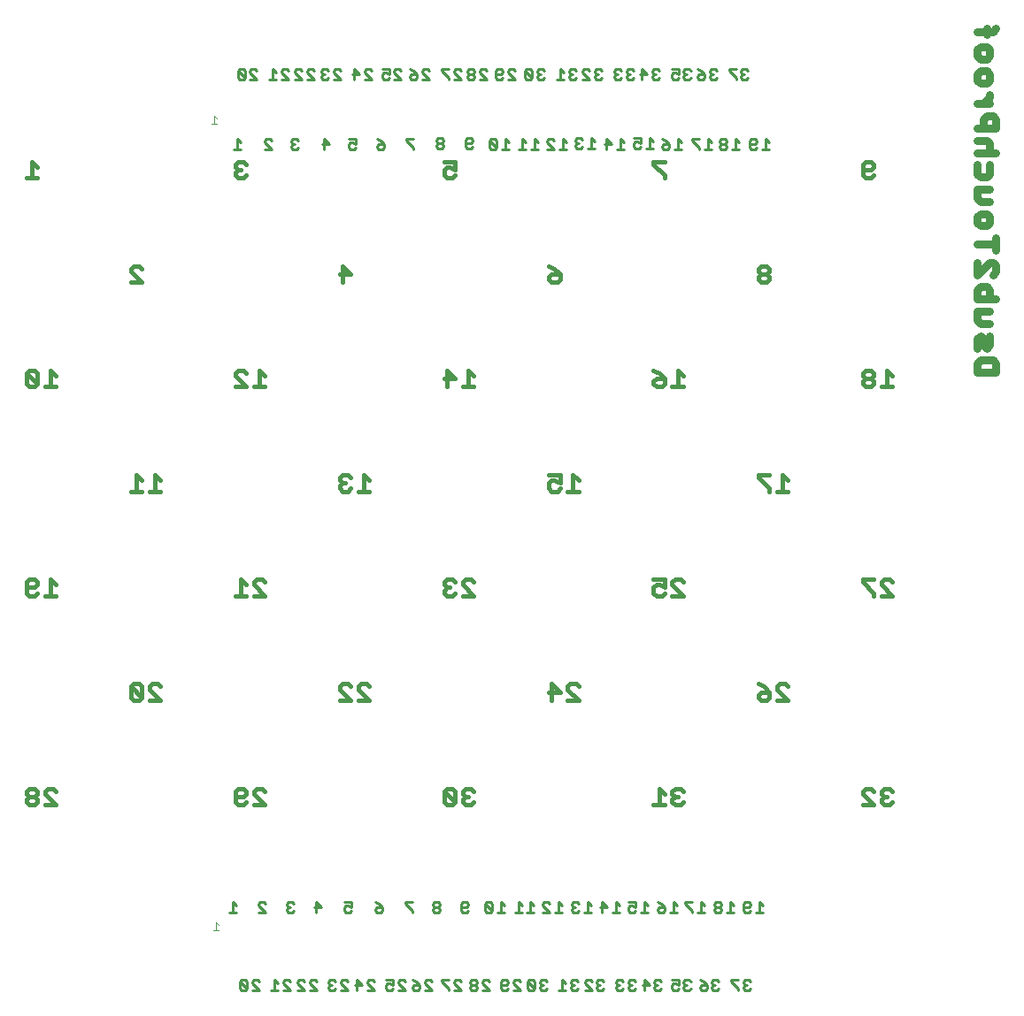
<source format=gbr>
G04 EAGLE Gerber RS-274X export*
G75*
%MOMM*%
%FSLAX34Y34*%
%LPD*%
%INSilkscreen Bottom*%
%IPPOS*%
%AMOC8*
5,1,8,0,0,1.08239X$1,22.5*%
G01*
%ADD10C,0.254000*%
%ADD11C,0.381000*%
%ADD12C,0.787400*%
%ADD13C,0.076200*%


D10*
X-243576Y-463651D02*
X-246966Y-460261D01*
X-246966Y-470430D01*
X-250355Y-470430D02*
X-243576Y-470430D01*
X-222355Y-470430D02*
X-215576Y-470430D01*
X-222355Y-463651D01*
X-222355Y-461956D01*
X-220660Y-460261D01*
X-217271Y-460261D01*
X-215576Y-461956D01*
X-190271Y-460261D02*
X-188576Y-461956D01*
X-190271Y-460261D02*
X-193660Y-460261D01*
X-195355Y-461956D01*
X-195355Y-463651D01*
X-193660Y-465346D01*
X-191966Y-465346D01*
X-193660Y-465346D02*
X-195355Y-467040D01*
X-195355Y-468735D01*
X-193660Y-470430D01*
X-190271Y-470430D01*
X-188576Y-468735D01*
X-167660Y-470430D02*
X-167660Y-460261D01*
X-162576Y-465346D01*
X-169355Y-465346D01*
X-140355Y-460261D02*
X-133576Y-460261D01*
X-133576Y-465346D01*
X-136966Y-463651D01*
X-138660Y-463651D01*
X-140355Y-465346D01*
X-140355Y-468735D01*
X-138660Y-470430D01*
X-135271Y-470430D01*
X-133576Y-468735D01*
X-110355Y-460261D02*
X-106966Y-461956D01*
X-103576Y-465346D01*
X-103576Y-468735D01*
X-105271Y-470430D01*
X-108660Y-470430D01*
X-110355Y-468735D01*
X-110355Y-467040D01*
X-108660Y-465346D01*
X-103576Y-465346D01*
X-82355Y-460261D02*
X-75576Y-460261D01*
X-82355Y-460261D02*
X-82355Y-461956D01*
X-75576Y-468735D01*
X-75576Y-470430D01*
X-50271Y-460261D02*
X-48576Y-461956D01*
X-50271Y-460261D02*
X-53660Y-460261D01*
X-55355Y-461956D01*
X-55355Y-463651D01*
X-53660Y-465346D01*
X-55355Y-467040D01*
X-55355Y-468735D01*
X-53660Y-470430D01*
X-50271Y-470430D01*
X-48576Y-468735D01*
X-48576Y-467040D01*
X-50271Y-465346D01*
X-48576Y-463651D01*
X-48576Y-461956D01*
X-50271Y-465346D02*
X-53660Y-465346D01*
X-23271Y-470430D02*
X-21576Y-468735D01*
X-23271Y-470430D02*
X-26660Y-470430D01*
X-28355Y-468735D01*
X-28355Y-461956D01*
X-26660Y-460261D01*
X-23271Y-460261D01*
X-21576Y-461956D01*
X-21576Y-463651D01*
X-23271Y-465346D01*
X-28355Y-465346D01*
X9728Y-460261D02*
X13118Y-463651D01*
X9728Y-460261D02*
X9728Y-470430D01*
X6339Y-470430D02*
X13118Y-470430D01*
X1424Y-468735D02*
X1424Y-461956D01*
X-271Y-460261D01*
X-3660Y-460261D01*
X-5355Y-461956D01*
X-5355Y-468735D01*
X-3660Y-470430D01*
X-271Y-470430D01*
X1424Y-468735D01*
X-5355Y-461956D01*
X37728Y-460261D02*
X41118Y-463651D01*
X37728Y-460261D02*
X37728Y-470430D01*
X34339Y-470430D02*
X41118Y-470430D01*
X29424Y-463651D02*
X26034Y-460261D01*
X26034Y-470430D01*
X22645Y-470430D02*
X29424Y-470430D01*
X64728Y-460261D02*
X68118Y-463651D01*
X64728Y-460261D02*
X64728Y-470430D01*
X61339Y-470430D02*
X68118Y-470430D01*
X56424Y-470430D02*
X49645Y-470430D01*
X56424Y-470430D02*
X49645Y-463651D01*
X49645Y-461956D01*
X51340Y-460261D01*
X54729Y-460261D01*
X56424Y-461956D01*
X92728Y-460261D02*
X96118Y-463651D01*
X92728Y-460261D02*
X92728Y-470430D01*
X89339Y-470430D02*
X96118Y-470430D01*
X84424Y-461956D02*
X82729Y-460261D01*
X79340Y-460261D01*
X77645Y-461956D01*
X77645Y-463651D01*
X79340Y-465346D01*
X81034Y-465346D01*
X79340Y-465346D02*
X77645Y-467040D01*
X77645Y-468735D01*
X79340Y-470430D01*
X82729Y-470430D01*
X84424Y-468735D01*
X119728Y-460261D02*
X123118Y-463651D01*
X119728Y-460261D02*
X119728Y-470430D01*
X116339Y-470430D02*
X123118Y-470430D01*
X106340Y-470430D02*
X106340Y-460261D01*
X111424Y-465346D01*
X104645Y-465346D01*
X146728Y-460261D02*
X150118Y-463651D01*
X146728Y-460261D02*
X146728Y-470430D01*
X143339Y-470430D02*
X150118Y-470430D01*
X138424Y-460261D02*
X131645Y-460261D01*
X138424Y-460261D02*
X138424Y-465346D01*
X135034Y-463651D01*
X133340Y-463651D01*
X131645Y-465346D01*
X131645Y-468735D01*
X133340Y-470430D01*
X136729Y-470430D01*
X138424Y-468735D01*
X174728Y-460261D02*
X178118Y-463651D01*
X174728Y-460261D02*
X174728Y-470430D01*
X171339Y-470430D02*
X178118Y-470430D01*
X163034Y-461956D02*
X159645Y-460261D01*
X163034Y-461956D02*
X166424Y-465346D01*
X166424Y-468735D01*
X164729Y-470430D01*
X161340Y-470430D01*
X159645Y-468735D01*
X159645Y-467040D01*
X161340Y-465346D01*
X166424Y-465346D01*
X200728Y-460261D02*
X204118Y-463651D01*
X200728Y-460261D02*
X200728Y-470430D01*
X197339Y-470430D02*
X204118Y-470430D01*
X192424Y-460261D02*
X185645Y-460261D01*
X185645Y-461956D01*
X192424Y-468735D01*
X192424Y-470430D01*
X228728Y-460261D02*
X232118Y-463651D01*
X228728Y-460261D02*
X228728Y-470430D01*
X225339Y-470430D02*
X232118Y-470430D01*
X220424Y-461956D02*
X218729Y-460261D01*
X215340Y-460261D01*
X213645Y-461956D01*
X213645Y-463651D01*
X215340Y-465346D01*
X213645Y-467040D01*
X213645Y-468735D01*
X215340Y-470430D01*
X218729Y-470430D01*
X220424Y-468735D01*
X220424Y-467040D01*
X218729Y-465346D01*
X220424Y-463651D01*
X220424Y-461956D01*
X218729Y-465346D02*
X215340Y-465346D01*
X256728Y-460261D02*
X260118Y-463651D01*
X256728Y-460261D02*
X256728Y-470430D01*
X253339Y-470430D02*
X260118Y-470430D01*
X248424Y-468735D02*
X246729Y-470430D01*
X243340Y-470430D01*
X241645Y-468735D01*
X241645Y-461956D01*
X243340Y-460261D01*
X246729Y-460261D01*
X248424Y-461956D01*
X248424Y-463651D01*
X246729Y-465346D01*
X241645Y-465346D01*
X-221882Y-545430D02*
X-228661Y-545430D01*
X-221882Y-545430D02*
X-228661Y-538651D01*
X-228661Y-536956D01*
X-226966Y-535261D01*
X-223577Y-535261D01*
X-221882Y-536956D01*
X-233576Y-536956D02*
X-233576Y-543735D01*
X-233576Y-536956D02*
X-235271Y-535261D01*
X-238660Y-535261D01*
X-240355Y-536956D01*
X-240355Y-543735D01*
X-238660Y-545430D01*
X-235271Y-545430D01*
X-233576Y-543735D01*
X-240355Y-536956D01*
X-198661Y-545430D02*
X-191882Y-545430D01*
X-198661Y-538651D01*
X-198661Y-536956D01*
X-196966Y-535261D01*
X-193577Y-535261D01*
X-191882Y-536956D01*
X-203576Y-538651D02*
X-206966Y-535261D01*
X-206966Y-545430D01*
X-210355Y-545430D02*
X-203576Y-545430D01*
X-173661Y-545430D02*
X-166882Y-545430D01*
X-173661Y-538651D01*
X-173661Y-536956D01*
X-171966Y-535261D01*
X-168577Y-535261D01*
X-166882Y-536956D01*
X-178576Y-545430D02*
X-185355Y-545430D01*
X-178576Y-545430D02*
X-185355Y-538651D01*
X-185355Y-536956D01*
X-183660Y-535261D01*
X-180271Y-535261D01*
X-178576Y-536956D01*
X-143661Y-545430D02*
X-136882Y-545430D01*
X-143661Y-538651D01*
X-143661Y-536956D01*
X-141966Y-535261D01*
X-138577Y-535261D01*
X-136882Y-536956D01*
X-148576Y-536956D02*
X-150271Y-535261D01*
X-153660Y-535261D01*
X-155355Y-536956D01*
X-155355Y-538651D01*
X-153660Y-540346D01*
X-151966Y-540346D01*
X-153660Y-540346D02*
X-155355Y-542040D01*
X-155355Y-543735D01*
X-153660Y-545430D01*
X-150271Y-545430D01*
X-148576Y-543735D01*
X-118661Y-545430D02*
X-111882Y-545430D01*
X-118661Y-538651D01*
X-118661Y-536956D01*
X-116966Y-535261D01*
X-113577Y-535261D01*
X-111882Y-536956D01*
X-128660Y-535261D02*
X-128660Y-545430D01*
X-123576Y-540346D02*
X-128660Y-535261D01*
X-130355Y-540346D02*
X-123576Y-540346D01*
X-88661Y-545430D02*
X-81882Y-545430D01*
X-88661Y-538651D01*
X-88661Y-536956D01*
X-86966Y-535261D01*
X-83577Y-535261D01*
X-81882Y-536956D01*
X-93576Y-535261D02*
X-100355Y-535261D01*
X-93576Y-535261D02*
X-93576Y-540346D01*
X-96966Y-538651D01*
X-98660Y-538651D01*
X-100355Y-540346D01*
X-100355Y-543735D01*
X-98660Y-545430D01*
X-95271Y-545430D01*
X-93576Y-543735D01*
X-63661Y-545430D02*
X-56882Y-545430D01*
X-63661Y-538651D01*
X-63661Y-536956D01*
X-61966Y-535261D01*
X-58577Y-535261D01*
X-56882Y-536956D01*
X-71966Y-536956D02*
X-75355Y-535261D01*
X-71966Y-536956D02*
X-68576Y-540346D01*
X-68576Y-543735D01*
X-70271Y-545430D01*
X-73660Y-545430D01*
X-75355Y-543735D01*
X-75355Y-542040D01*
X-73660Y-540346D01*
X-68576Y-540346D01*
X-35661Y-545430D02*
X-28882Y-545430D01*
X-35661Y-538651D01*
X-35661Y-536956D01*
X-33966Y-535261D01*
X-30577Y-535261D01*
X-28882Y-536956D01*
X-40576Y-535261D02*
X-47355Y-535261D01*
X-47355Y-536956D01*
X-40576Y-543735D01*
X-40576Y-545430D01*
X-8661Y-545430D02*
X-1882Y-545430D01*
X-8661Y-538651D01*
X-8661Y-536956D01*
X-6966Y-535261D01*
X-3577Y-535261D01*
X-1882Y-536956D01*
X-13576Y-536956D02*
X-15271Y-535261D01*
X-18660Y-535261D01*
X-20355Y-536956D01*
X-20355Y-538651D01*
X-18660Y-540346D01*
X-20355Y-542040D01*
X-20355Y-543735D01*
X-18660Y-545430D01*
X-15271Y-545430D01*
X-13576Y-543735D01*
X-13576Y-542040D01*
X-15271Y-540346D01*
X-13576Y-538651D01*
X-13576Y-536956D01*
X-15271Y-540346D02*
X-18660Y-540346D01*
X21339Y-545430D02*
X28118Y-545430D01*
X21339Y-538651D01*
X21339Y-536956D01*
X23034Y-535261D01*
X26423Y-535261D01*
X28118Y-536956D01*
X16424Y-543735D02*
X14729Y-545430D01*
X11340Y-545430D01*
X9645Y-543735D01*
X9645Y-536956D01*
X11340Y-535261D01*
X14729Y-535261D01*
X16424Y-536956D01*
X16424Y-538651D01*
X14729Y-540346D01*
X9645Y-540346D01*
X51423Y-535261D02*
X53118Y-536956D01*
X51423Y-535261D02*
X48034Y-535261D01*
X46339Y-536956D01*
X46339Y-538651D01*
X48034Y-540346D01*
X49728Y-540346D01*
X48034Y-540346D02*
X46339Y-542040D01*
X46339Y-543735D01*
X48034Y-545430D01*
X51423Y-545430D01*
X53118Y-543735D01*
X41424Y-543735D02*
X41424Y-536956D01*
X39729Y-535261D01*
X36340Y-535261D01*
X34645Y-536956D01*
X34645Y-543735D01*
X36340Y-545430D01*
X39729Y-545430D01*
X41424Y-543735D01*
X34645Y-536956D01*
X81423Y-535261D02*
X83118Y-536956D01*
X81423Y-535261D02*
X78034Y-535261D01*
X76339Y-536956D01*
X76339Y-538651D01*
X78034Y-540346D01*
X79728Y-540346D01*
X78034Y-540346D02*
X76339Y-542040D01*
X76339Y-543735D01*
X78034Y-545430D01*
X81423Y-545430D01*
X83118Y-543735D01*
X71424Y-538651D02*
X68034Y-535261D01*
X68034Y-545430D01*
X64645Y-545430D02*
X71424Y-545430D01*
X106423Y-535261D02*
X108118Y-536956D01*
X106423Y-535261D02*
X103034Y-535261D01*
X101339Y-536956D01*
X101339Y-538651D01*
X103034Y-540346D01*
X104728Y-540346D01*
X103034Y-540346D02*
X101339Y-542040D01*
X101339Y-543735D01*
X103034Y-545430D01*
X106423Y-545430D01*
X108118Y-543735D01*
X96424Y-545430D02*
X89645Y-545430D01*
X96424Y-545430D02*
X89645Y-538651D01*
X89645Y-536956D01*
X91340Y-535261D01*
X94729Y-535261D01*
X96424Y-536956D01*
X136423Y-535261D02*
X138118Y-536956D01*
X136423Y-535261D02*
X133034Y-535261D01*
X131339Y-536956D01*
X131339Y-538651D01*
X133034Y-540346D01*
X134728Y-540346D01*
X133034Y-540346D02*
X131339Y-542040D01*
X131339Y-543735D01*
X133034Y-545430D01*
X136423Y-545430D01*
X138118Y-543735D01*
X126424Y-536956D02*
X124729Y-535261D01*
X121340Y-535261D01*
X119645Y-536956D01*
X119645Y-538651D01*
X121340Y-540346D01*
X123034Y-540346D01*
X121340Y-540346D02*
X119645Y-542040D01*
X119645Y-543735D01*
X121340Y-545430D01*
X124729Y-545430D01*
X126424Y-543735D01*
X161423Y-535261D02*
X163118Y-536956D01*
X161423Y-535261D02*
X158034Y-535261D01*
X156339Y-536956D01*
X156339Y-538651D01*
X158034Y-540346D01*
X159728Y-540346D01*
X158034Y-540346D02*
X156339Y-542040D01*
X156339Y-543735D01*
X158034Y-545430D01*
X161423Y-545430D01*
X163118Y-543735D01*
X146340Y-545430D02*
X146340Y-535261D01*
X151424Y-540346D01*
X144645Y-540346D01*
X189423Y-535261D02*
X191118Y-536956D01*
X189423Y-535261D02*
X186034Y-535261D01*
X184339Y-536956D01*
X184339Y-538651D01*
X186034Y-540346D01*
X187728Y-540346D01*
X186034Y-540346D02*
X184339Y-542040D01*
X184339Y-543735D01*
X186034Y-545430D01*
X189423Y-545430D01*
X191118Y-543735D01*
X179424Y-535261D02*
X172645Y-535261D01*
X179424Y-535261D02*
X179424Y-540346D01*
X176034Y-538651D01*
X174340Y-538651D01*
X172645Y-540346D01*
X172645Y-543735D01*
X174340Y-545430D01*
X177729Y-545430D01*
X179424Y-543735D01*
X216423Y-535261D02*
X218118Y-536956D01*
X216423Y-535261D02*
X213034Y-535261D01*
X211339Y-536956D01*
X211339Y-538651D01*
X213034Y-540346D01*
X214728Y-540346D01*
X213034Y-540346D02*
X211339Y-542040D01*
X211339Y-543735D01*
X213034Y-545430D01*
X216423Y-545430D01*
X218118Y-543735D01*
X203034Y-536956D02*
X199645Y-535261D01*
X203034Y-536956D02*
X206424Y-540346D01*
X206424Y-543735D01*
X204729Y-545430D01*
X201340Y-545430D01*
X199645Y-543735D01*
X199645Y-542040D01*
X201340Y-540346D01*
X206424Y-540346D01*
X246423Y-535261D02*
X248118Y-536956D01*
X246423Y-535261D02*
X243034Y-535261D01*
X241339Y-536956D01*
X241339Y-538651D01*
X243034Y-540346D01*
X244728Y-540346D01*
X243034Y-540346D02*
X241339Y-542040D01*
X241339Y-543735D01*
X243034Y-545430D01*
X246423Y-545430D01*
X248118Y-543735D01*
X236424Y-535261D02*
X229645Y-535261D01*
X229645Y-536956D01*
X236424Y-543735D01*
X236424Y-545430D01*
X-239576Y266349D02*
X-242966Y269739D01*
X-242966Y259570D01*
X-246355Y259570D02*
X-239576Y259570D01*
X-216355Y259570D02*
X-209576Y259570D01*
X-216355Y266349D01*
X-216355Y268044D01*
X-214660Y269739D01*
X-211271Y269739D01*
X-209576Y268044D01*
X-186271Y269739D02*
X-184576Y268044D01*
X-186271Y269739D02*
X-189660Y269739D01*
X-191355Y268044D01*
X-191355Y266349D01*
X-189660Y264654D01*
X-187966Y264654D01*
X-189660Y264654D02*
X-191355Y262960D01*
X-191355Y261265D01*
X-189660Y259570D01*
X-186271Y259570D01*
X-184576Y261265D01*
X-159660Y259570D02*
X-159660Y269739D01*
X-154576Y264654D01*
X-161355Y264654D01*
X-136355Y269739D02*
X-129576Y269739D01*
X-129576Y264654D01*
X-132966Y266349D01*
X-134660Y266349D01*
X-136355Y264654D01*
X-136355Y261265D01*
X-134660Y259570D01*
X-131271Y259570D01*
X-129576Y261265D01*
X-109355Y269739D02*
X-105966Y268044D01*
X-102576Y264654D01*
X-102576Y261265D01*
X-104271Y259570D01*
X-107660Y259570D01*
X-109355Y261265D01*
X-109355Y262960D01*
X-107660Y264654D01*
X-102576Y264654D01*
X-81355Y269739D02*
X-74576Y269739D01*
X-81355Y269739D02*
X-81355Y268044D01*
X-74576Y261265D01*
X-74576Y259570D01*
X-47271Y270739D02*
X-45576Y269044D01*
X-47271Y270739D02*
X-50660Y270739D01*
X-52355Y269044D01*
X-52355Y267349D01*
X-50660Y265654D01*
X-52355Y263960D01*
X-52355Y262265D01*
X-50660Y260570D01*
X-47271Y260570D01*
X-45576Y262265D01*
X-45576Y263960D01*
X-47271Y265654D01*
X-45576Y267349D01*
X-45576Y269044D01*
X-47271Y265654D02*
X-50660Y265654D01*
X-19271Y260570D02*
X-17576Y262265D01*
X-19271Y260570D02*
X-22660Y260570D01*
X-24355Y262265D01*
X-24355Y269044D01*
X-22660Y270739D01*
X-19271Y270739D01*
X-17576Y269044D01*
X-17576Y267349D01*
X-19271Y265654D01*
X-24355Y265654D01*
X13728Y269739D02*
X17118Y266349D01*
X13728Y269739D02*
X13728Y259570D01*
X10339Y259570D02*
X17118Y259570D01*
X5424Y261265D02*
X5424Y268044D01*
X3729Y269739D01*
X340Y269739D01*
X-1355Y268044D01*
X-1355Y261265D01*
X340Y259570D01*
X3729Y259570D01*
X5424Y261265D01*
X-1355Y268044D01*
X41728Y269739D02*
X45118Y266349D01*
X41728Y269739D02*
X41728Y259570D01*
X38339Y259570D02*
X45118Y259570D01*
X33424Y266349D02*
X30034Y269739D01*
X30034Y259570D01*
X26645Y259570D02*
X33424Y259570D01*
X68728Y269739D02*
X72118Y266349D01*
X68728Y269739D02*
X68728Y259570D01*
X65339Y259570D02*
X72118Y259570D01*
X60424Y259570D02*
X53645Y259570D01*
X60424Y259570D02*
X53645Y266349D01*
X53645Y268044D01*
X55340Y269739D01*
X58729Y269739D01*
X60424Y268044D01*
X95728Y270739D02*
X99118Y267349D01*
X95728Y270739D02*
X95728Y260570D01*
X92339Y260570D02*
X99118Y260570D01*
X87424Y269044D02*
X85729Y270739D01*
X82340Y270739D01*
X80645Y269044D01*
X80645Y267349D01*
X82340Y265654D01*
X84034Y265654D01*
X82340Y265654D02*
X80645Y263960D01*
X80645Y262265D01*
X82340Y260570D01*
X85729Y260570D01*
X87424Y262265D01*
X123728Y269739D02*
X127118Y266349D01*
X123728Y269739D02*
X123728Y259570D01*
X120339Y259570D02*
X127118Y259570D01*
X110340Y259570D02*
X110340Y269739D01*
X115424Y264654D01*
X108645Y264654D01*
X151728Y270739D02*
X155118Y267349D01*
X151728Y270739D02*
X151728Y260570D01*
X148339Y260570D02*
X155118Y260570D01*
X143424Y270739D02*
X136645Y270739D01*
X143424Y270739D02*
X143424Y265654D01*
X140034Y267349D01*
X138340Y267349D01*
X136645Y265654D01*
X136645Y262265D01*
X138340Y260570D01*
X141729Y260570D01*
X143424Y262265D01*
X178728Y269739D02*
X182118Y266349D01*
X178728Y269739D02*
X178728Y259570D01*
X175339Y259570D02*
X182118Y259570D01*
X167034Y268044D02*
X163645Y269739D01*
X167034Y268044D02*
X170424Y264654D01*
X170424Y261265D01*
X168729Y259570D01*
X165340Y259570D01*
X163645Y261265D01*
X163645Y262960D01*
X165340Y264654D01*
X170424Y264654D01*
X207728Y269739D02*
X211118Y266349D01*
X207728Y269739D02*
X207728Y259570D01*
X204339Y259570D02*
X211118Y259570D01*
X199424Y269739D02*
X192645Y269739D01*
X192645Y268044D01*
X199424Y261265D01*
X199424Y259570D01*
X233728Y269739D02*
X237118Y266349D01*
X233728Y269739D02*
X233728Y259570D01*
X230339Y259570D02*
X237118Y259570D01*
X225424Y268044D02*
X223729Y269739D01*
X220340Y269739D01*
X218645Y268044D01*
X218645Y266349D01*
X220340Y264654D01*
X218645Y262960D01*
X218645Y261265D01*
X220340Y259570D01*
X223729Y259570D01*
X225424Y261265D01*
X225424Y262960D01*
X223729Y264654D01*
X225424Y266349D01*
X225424Y268044D01*
X223729Y264654D02*
X220340Y264654D01*
X262728Y269739D02*
X266118Y266349D01*
X262728Y269739D02*
X262728Y259570D01*
X259339Y259570D02*
X266118Y259570D01*
X254424Y261265D02*
X252729Y259570D01*
X249340Y259570D01*
X247645Y261265D01*
X247645Y268044D01*
X249340Y269739D01*
X252729Y269739D01*
X254424Y268044D01*
X254424Y266349D01*
X252729Y264654D01*
X247645Y264654D01*
X-223882Y326570D02*
X-230661Y326570D01*
X-223882Y326570D02*
X-230661Y333349D01*
X-230661Y335044D01*
X-228966Y336739D01*
X-225577Y336739D01*
X-223882Y335044D01*
X-235576Y335044D02*
X-235576Y328265D01*
X-235576Y335044D02*
X-237271Y336739D01*
X-240660Y336739D01*
X-242355Y335044D01*
X-242355Y328265D01*
X-240660Y326570D01*
X-237271Y326570D01*
X-235576Y328265D01*
X-242355Y335044D01*
X-200661Y326570D02*
X-193882Y326570D01*
X-200661Y333349D01*
X-200661Y335044D01*
X-198966Y336739D01*
X-195577Y336739D01*
X-193882Y335044D01*
X-205576Y333349D02*
X-208966Y336739D01*
X-208966Y326570D01*
X-212355Y326570D02*
X-205576Y326570D01*
X-175661Y326570D02*
X-168882Y326570D01*
X-175661Y333349D01*
X-175661Y335044D01*
X-173966Y336739D01*
X-170577Y336739D01*
X-168882Y335044D01*
X-180576Y326570D02*
X-187355Y326570D01*
X-180576Y326570D02*
X-187355Y333349D01*
X-187355Y335044D01*
X-185660Y336739D01*
X-182271Y336739D01*
X-180576Y335044D01*
X-150661Y326570D02*
X-143882Y326570D01*
X-150661Y333349D01*
X-150661Y335044D01*
X-148966Y336739D01*
X-145577Y336739D01*
X-143882Y335044D01*
X-155576Y335044D02*
X-157271Y336739D01*
X-160660Y336739D01*
X-162355Y335044D01*
X-162355Y333349D01*
X-160660Y331654D01*
X-158966Y331654D01*
X-160660Y331654D02*
X-162355Y329960D01*
X-162355Y328265D01*
X-160660Y326570D01*
X-157271Y326570D01*
X-155576Y328265D01*
X-120661Y326570D02*
X-113882Y326570D01*
X-120661Y333349D01*
X-120661Y335044D01*
X-118966Y336739D01*
X-115577Y336739D01*
X-113882Y335044D01*
X-130660Y336739D02*
X-130660Y326570D01*
X-125576Y331654D02*
X-130660Y336739D01*
X-132355Y331654D02*
X-125576Y331654D01*
X-92661Y326570D02*
X-85882Y326570D01*
X-92661Y333349D01*
X-92661Y335044D01*
X-90966Y336739D01*
X-87577Y336739D01*
X-85882Y335044D01*
X-97576Y336739D02*
X-104355Y336739D01*
X-97576Y336739D02*
X-97576Y331654D01*
X-100966Y333349D01*
X-102660Y333349D01*
X-104355Y331654D01*
X-104355Y328265D01*
X-102660Y326570D01*
X-99271Y326570D01*
X-97576Y328265D01*
X-65661Y326570D02*
X-58882Y326570D01*
X-65661Y333349D01*
X-65661Y335044D01*
X-63966Y336739D01*
X-60577Y336739D01*
X-58882Y335044D01*
X-73966Y335044D02*
X-77355Y336739D01*
X-73966Y335044D02*
X-70576Y331654D01*
X-70576Y328265D01*
X-72271Y326570D01*
X-75660Y326570D01*
X-77355Y328265D01*
X-77355Y329960D01*
X-75660Y331654D01*
X-70576Y331654D01*
X-35661Y326570D02*
X-28882Y326570D01*
X-35661Y333349D01*
X-35661Y335044D01*
X-33966Y336739D01*
X-30577Y336739D01*
X-28882Y335044D01*
X-40576Y336739D02*
X-47355Y336739D01*
X-47355Y335044D01*
X-40576Y328265D01*
X-40576Y326570D01*
X-10661Y326570D02*
X-3882Y326570D01*
X-10661Y333349D01*
X-10661Y335044D01*
X-8966Y336739D01*
X-5577Y336739D01*
X-3882Y335044D01*
X-15576Y335044D02*
X-17271Y336739D01*
X-20660Y336739D01*
X-22355Y335044D01*
X-22355Y333349D01*
X-20660Y331654D01*
X-22355Y329960D01*
X-22355Y328265D01*
X-20660Y326570D01*
X-17271Y326570D01*
X-15576Y328265D01*
X-15576Y329960D01*
X-17271Y331654D01*
X-15576Y333349D01*
X-15576Y335044D01*
X-17271Y331654D02*
X-20660Y331654D01*
X16339Y326570D02*
X23118Y326570D01*
X16339Y333349D01*
X16339Y335044D01*
X18034Y336739D01*
X21423Y336739D01*
X23118Y335044D01*
X11424Y328265D02*
X9729Y326570D01*
X6340Y326570D01*
X4645Y328265D01*
X4645Y335044D01*
X6340Y336739D01*
X9729Y336739D01*
X11424Y335044D01*
X11424Y333349D01*
X9729Y331654D01*
X4645Y331654D01*
X49423Y336739D02*
X51118Y335044D01*
X49423Y336739D02*
X46034Y336739D01*
X44339Y335044D01*
X44339Y333349D01*
X46034Y331654D01*
X47728Y331654D01*
X46034Y331654D02*
X44339Y329960D01*
X44339Y328265D01*
X46034Y326570D01*
X49423Y326570D01*
X51118Y328265D01*
X39424Y328265D02*
X39424Y335044D01*
X37729Y336739D01*
X34340Y336739D01*
X32645Y335044D01*
X32645Y328265D01*
X34340Y326570D01*
X37729Y326570D01*
X39424Y328265D01*
X32645Y335044D01*
X79423Y336739D02*
X81118Y335044D01*
X79423Y336739D02*
X76034Y336739D01*
X74339Y335044D01*
X74339Y333349D01*
X76034Y331654D01*
X77728Y331654D01*
X76034Y331654D02*
X74339Y329960D01*
X74339Y328265D01*
X76034Y326570D01*
X79423Y326570D01*
X81118Y328265D01*
X69424Y333349D02*
X66034Y336739D01*
X66034Y326570D01*
X62645Y326570D02*
X69424Y326570D01*
X104423Y336739D02*
X106118Y335044D01*
X104423Y336739D02*
X101034Y336739D01*
X99339Y335044D01*
X99339Y333349D01*
X101034Y331654D01*
X102728Y331654D01*
X101034Y331654D02*
X99339Y329960D01*
X99339Y328265D01*
X101034Y326570D01*
X104423Y326570D01*
X106118Y328265D01*
X94424Y326570D02*
X87645Y326570D01*
X94424Y326570D02*
X87645Y333349D01*
X87645Y335044D01*
X89340Y336739D01*
X92729Y336739D01*
X94424Y335044D01*
X134423Y336739D02*
X136118Y335044D01*
X134423Y336739D02*
X131034Y336739D01*
X129339Y335044D01*
X129339Y333349D01*
X131034Y331654D01*
X132728Y331654D01*
X131034Y331654D02*
X129339Y329960D01*
X129339Y328265D01*
X131034Y326570D01*
X134423Y326570D01*
X136118Y328265D01*
X124424Y335044D02*
X122729Y336739D01*
X119340Y336739D01*
X117645Y335044D01*
X117645Y333349D01*
X119340Y331654D01*
X121034Y331654D01*
X119340Y331654D02*
X117645Y329960D01*
X117645Y328265D01*
X119340Y326570D01*
X122729Y326570D01*
X124424Y328265D01*
X159423Y336739D02*
X161118Y335044D01*
X159423Y336739D02*
X156034Y336739D01*
X154339Y335044D01*
X154339Y333349D01*
X156034Y331654D01*
X157728Y331654D01*
X156034Y331654D02*
X154339Y329960D01*
X154339Y328265D01*
X156034Y326570D01*
X159423Y326570D01*
X161118Y328265D01*
X144340Y326570D02*
X144340Y336739D01*
X149424Y331654D01*
X142645Y331654D01*
X189423Y336739D02*
X191118Y335044D01*
X189423Y336739D02*
X186034Y336739D01*
X184339Y335044D01*
X184339Y333349D01*
X186034Y331654D01*
X187728Y331654D01*
X186034Y331654D02*
X184339Y329960D01*
X184339Y328265D01*
X186034Y326570D01*
X189423Y326570D01*
X191118Y328265D01*
X179424Y336739D02*
X172645Y336739D01*
X179424Y336739D02*
X179424Y331654D01*
X176034Y333349D01*
X174340Y333349D01*
X172645Y331654D01*
X172645Y328265D01*
X174340Y326570D01*
X177729Y326570D01*
X179424Y328265D01*
X214423Y336739D02*
X216118Y335044D01*
X214423Y336739D02*
X211034Y336739D01*
X209339Y335044D01*
X209339Y333349D01*
X211034Y331654D01*
X212728Y331654D01*
X211034Y331654D02*
X209339Y329960D01*
X209339Y328265D01*
X211034Y326570D01*
X214423Y326570D01*
X216118Y328265D01*
X201034Y335044D02*
X197645Y336739D01*
X201034Y335044D02*
X204424Y331654D01*
X204424Y328265D01*
X202729Y326570D01*
X199340Y326570D01*
X197645Y328265D01*
X197645Y329960D01*
X199340Y331654D01*
X204424Y331654D01*
X244423Y336739D02*
X246118Y335044D01*
X244423Y336739D02*
X241034Y336739D01*
X239339Y335044D01*
X239339Y333349D01*
X241034Y331654D01*
X242728Y331654D01*
X241034Y331654D02*
X239339Y329960D01*
X239339Y328265D01*
X241034Y326570D01*
X244423Y326570D01*
X246118Y328265D01*
X234424Y336739D02*
X227645Y336739D01*
X227645Y335044D01*
X234424Y328265D01*
X234424Y326570D01*
D11*
X-434130Y242939D02*
X-439299Y248108D01*
X-439299Y232601D01*
X-434130Y232601D02*
X-444468Y232601D01*
X-344468Y132601D02*
X-334130Y132601D01*
X-344468Y142939D01*
X-344468Y145524D01*
X-341884Y148108D01*
X-336715Y148108D01*
X-334130Y145524D01*
X-234130Y245524D02*
X-236715Y248108D01*
X-241884Y248108D01*
X-244468Y245524D01*
X-244468Y242939D01*
X-241884Y240355D01*
X-239299Y240355D01*
X-241884Y240355D02*
X-244468Y237770D01*
X-244468Y235186D01*
X-241884Y232601D01*
X-236715Y232601D01*
X-234130Y235186D01*
X-141884Y148108D02*
X-141884Y132601D01*
X-134130Y140355D02*
X-141884Y148108D01*
X-144468Y140355D02*
X-134130Y140355D01*
X-44468Y248108D02*
X-34130Y248108D01*
X-34130Y240355D01*
X-39299Y242939D01*
X-41884Y242939D01*
X-44468Y240355D01*
X-44468Y235186D01*
X-41884Y232601D01*
X-36715Y232601D01*
X-34130Y235186D01*
X155532Y248108D02*
X165870Y248108D01*
X155532Y248108D02*
X155532Y245524D01*
X165870Y235186D01*
X165870Y232601D01*
X263285Y148108D02*
X265870Y145524D01*
X263285Y148108D02*
X258116Y148108D01*
X255532Y145524D01*
X255532Y142939D01*
X258116Y140355D01*
X255532Y137770D01*
X255532Y135186D01*
X258116Y132601D01*
X263285Y132601D01*
X265870Y135186D01*
X265870Y137770D01*
X263285Y140355D01*
X265870Y142939D01*
X265870Y145524D01*
X263285Y140355D02*
X258116Y140355D01*
X363285Y232601D02*
X365870Y235186D01*
X363285Y232601D02*
X358116Y232601D01*
X355532Y235186D01*
X355532Y245524D01*
X358116Y248108D01*
X363285Y248108D01*
X365870Y245524D01*
X365870Y242939D01*
X363285Y240355D01*
X355532Y240355D01*
X-416355Y42939D02*
X-421524Y48108D01*
X-421524Y32601D01*
X-416355Y32601D02*
X-426693Y32601D01*
X-434130Y35186D02*
X-434130Y45524D01*
X-436715Y48108D01*
X-441884Y48108D01*
X-444468Y45524D01*
X-444468Y35186D01*
X-441884Y32601D01*
X-436715Y32601D01*
X-434130Y35186D01*
X-444468Y45524D01*
X-321524Y-51892D02*
X-316355Y-57061D01*
X-321524Y-51892D02*
X-321524Y-67399D01*
X-316355Y-67399D02*
X-326693Y-67399D01*
X-334130Y-57061D02*
X-339299Y-51892D01*
X-339299Y-67399D01*
X-334130Y-67399D02*
X-344468Y-67399D01*
X-221524Y48108D02*
X-216355Y42939D01*
X-221524Y48108D02*
X-221524Y32601D01*
X-216355Y32601D02*
X-226693Y32601D01*
X-234130Y32601D02*
X-244468Y32601D01*
X-234130Y32601D02*
X-244468Y42939D01*
X-244468Y45524D01*
X-241884Y48108D01*
X-236715Y48108D01*
X-234130Y45524D01*
X-121524Y-51892D02*
X-116355Y-57061D01*
X-121524Y-51892D02*
X-121524Y-67399D01*
X-116355Y-67399D02*
X-126693Y-67399D01*
X-134130Y-54476D02*
X-136715Y-51892D01*
X-141884Y-51892D01*
X-144468Y-54476D01*
X-144468Y-57061D01*
X-141884Y-59645D01*
X-139299Y-59645D01*
X-141884Y-59645D02*
X-144468Y-62230D01*
X-144468Y-64814D01*
X-141884Y-67399D01*
X-136715Y-67399D01*
X-134130Y-64814D01*
X-21524Y48108D02*
X-16355Y42939D01*
X-21524Y48108D02*
X-21524Y32601D01*
X-16355Y32601D02*
X-26693Y32601D01*
X-41884Y32601D02*
X-41884Y48108D01*
X-34130Y40355D01*
X-44468Y40355D01*
X78476Y-51892D02*
X83645Y-57061D01*
X78476Y-51892D02*
X78476Y-67399D01*
X83645Y-67399D02*
X73307Y-67399D01*
X65870Y-51892D02*
X55532Y-51892D01*
X65870Y-51892D02*
X65870Y-59645D01*
X60701Y-57061D01*
X58116Y-57061D01*
X55532Y-59645D01*
X55532Y-64814D01*
X58116Y-67399D01*
X63285Y-67399D01*
X65870Y-64814D01*
X178476Y48108D02*
X183645Y42939D01*
X178476Y48108D02*
X178476Y32601D01*
X183645Y32601D02*
X173307Y32601D01*
X160701Y45524D02*
X155532Y48108D01*
X160701Y45524D02*
X165870Y40355D01*
X165870Y35186D01*
X163285Y32601D01*
X158116Y32601D01*
X155532Y35186D01*
X155532Y37770D01*
X158116Y40355D01*
X165870Y40355D01*
X278476Y-51892D02*
X283645Y-57061D01*
X278476Y-51892D02*
X278476Y-67399D01*
X283645Y-67399D02*
X273307Y-67399D01*
X265870Y-51892D02*
X255532Y-51892D01*
X255532Y-54476D01*
X265870Y-64814D01*
X265870Y-67399D01*
X-416355Y-157061D02*
X-421524Y-151892D01*
X-421524Y-167399D01*
X-416355Y-167399D02*
X-426693Y-167399D01*
X-434130Y-164814D02*
X-436715Y-167399D01*
X-441884Y-167399D01*
X-444468Y-164814D01*
X-444468Y-154476D01*
X-441884Y-151892D01*
X-436715Y-151892D01*
X-434130Y-154476D01*
X-434130Y-157061D01*
X-436715Y-159645D01*
X-444468Y-159645D01*
X-326693Y-267399D02*
X-316355Y-267399D01*
X-326693Y-257061D01*
X-326693Y-254476D01*
X-324109Y-251892D01*
X-318940Y-251892D01*
X-316355Y-254476D01*
X-334130Y-254476D02*
X-334130Y-264814D01*
X-334130Y-254476D02*
X-336715Y-251892D01*
X-341884Y-251892D01*
X-344468Y-254476D01*
X-344468Y-264814D01*
X-341884Y-267399D01*
X-336715Y-267399D01*
X-334130Y-264814D01*
X-344468Y-254476D01*
X-226693Y-167399D02*
X-216355Y-167399D01*
X-226693Y-157061D01*
X-226693Y-154476D01*
X-224109Y-151892D01*
X-218940Y-151892D01*
X-216355Y-154476D01*
X-234130Y-157061D02*
X-239299Y-151892D01*
X-239299Y-167399D01*
X-234130Y-167399D02*
X-244468Y-167399D01*
X-126693Y-267399D02*
X-116355Y-267399D01*
X-126693Y-257061D01*
X-126693Y-254476D01*
X-124109Y-251892D01*
X-118940Y-251892D01*
X-116355Y-254476D01*
X-134130Y-267399D02*
X-144468Y-267399D01*
X-134130Y-267399D02*
X-144468Y-257061D01*
X-144468Y-254476D01*
X-141884Y-251892D01*
X-136715Y-251892D01*
X-134130Y-254476D01*
X-26693Y-167399D02*
X-16355Y-167399D01*
X-26693Y-157061D01*
X-26693Y-154476D01*
X-24109Y-151892D01*
X-18940Y-151892D01*
X-16355Y-154476D01*
X-34130Y-154476D02*
X-36715Y-151892D01*
X-41884Y-151892D01*
X-44468Y-154476D01*
X-44468Y-157061D01*
X-41884Y-159645D01*
X-39299Y-159645D01*
X-41884Y-159645D02*
X-44468Y-162230D01*
X-44468Y-164814D01*
X-41884Y-167399D01*
X-36715Y-167399D01*
X-34130Y-164814D01*
X73307Y-267399D02*
X83645Y-267399D01*
X73307Y-257061D01*
X73307Y-254476D01*
X75891Y-251892D01*
X81060Y-251892D01*
X83645Y-254476D01*
X58116Y-251892D02*
X58116Y-267399D01*
X65870Y-259645D02*
X58116Y-251892D01*
X55532Y-259645D02*
X65870Y-259645D01*
X173307Y-167399D02*
X183645Y-167399D01*
X173307Y-157061D01*
X173307Y-154476D01*
X175891Y-151892D01*
X181060Y-151892D01*
X183645Y-154476D01*
X165870Y-151892D02*
X155532Y-151892D01*
X165870Y-151892D02*
X165870Y-159645D01*
X160701Y-157061D01*
X158116Y-157061D01*
X155532Y-159645D01*
X155532Y-164814D01*
X158116Y-167399D01*
X163285Y-167399D01*
X165870Y-164814D01*
X273307Y-267399D02*
X283645Y-267399D01*
X273307Y-257061D01*
X273307Y-254476D01*
X275891Y-251892D01*
X281060Y-251892D01*
X283645Y-254476D01*
X260701Y-254476D02*
X255532Y-251892D01*
X260701Y-254476D02*
X265870Y-259645D01*
X265870Y-264814D01*
X263285Y-267399D01*
X258116Y-267399D01*
X255532Y-264814D01*
X255532Y-262230D01*
X258116Y-259645D01*
X265870Y-259645D01*
X373307Y-167399D02*
X383645Y-167399D01*
X373307Y-157061D01*
X373307Y-154476D01*
X375891Y-151892D01*
X381060Y-151892D01*
X383645Y-154476D01*
X365870Y-151892D02*
X355532Y-151892D01*
X355532Y-154476D01*
X365870Y-164814D01*
X365870Y-167399D01*
X-416355Y-367399D02*
X-426693Y-367399D01*
X-416355Y-367399D02*
X-426693Y-357061D01*
X-426693Y-354476D01*
X-424109Y-351892D01*
X-418940Y-351892D01*
X-416355Y-354476D01*
X-434130Y-354476D02*
X-436715Y-351892D01*
X-441884Y-351892D01*
X-444468Y-354476D01*
X-444468Y-357061D01*
X-441884Y-359645D01*
X-444468Y-362230D01*
X-444468Y-364814D01*
X-441884Y-367399D01*
X-436715Y-367399D01*
X-434130Y-364814D01*
X-434130Y-362230D01*
X-436715Y-359645D01*
X-434130Y-357061D01*
X-434130Y-354476D01*
X-436715Y-359645D02*
X-441884Y-359645D01*
X-226693Y-367399D02*
X-216355Y-367399D01*
X-226693Y-357061D01*
X-226693Y-354476D01*
X-224109Y-351892D01*
X-218940Y-351892D01*
X-216355Y-354476D01*
X-234130Y-364814D02*
X-236715Y-367399D01*
X-241884Y-367399D01*
X-244468Y-364814D01*
X-244468Y-354476D01*
X-241884Y-351892D01*
X-236715Y-351892D01*
X-234130Y-354476D01*
X-234130Y-357061D01*
X-236715Y-359645D01*
X-244468Y-359645D01*
X-18940Y-351892D02*
X-16355Y-354476D01*
X-18940Y-351892D02*
X-24109Y-351892D01*
X-26693Y-354476D01*
X-26693Y-357061D01*
X-24109Y-359645D01*
X-21524Y-359645D01*
X-24109Y-359645D02*
X-26693Y-362230D01*
X-26693Y-364814D01*
X-24109Y-367399D01*
X-18940Y-367399D01*
X-16355Y-364814D01*
X-34130Y-364814D02*
X-34130Y-354476D01*
X-36715Y-351892D01*
X-41884Y-351892D01*
X-44468Y-354476D01*
X-44468Y-364814D01*
X-41884Y-367399D01*
X-36715Y-367399D01*
X-34130Y-364814D01*
X-44468Y-354476D01*
D12*
X465237Y46374D02*
X482778Y46374D01*
X465237Y46374D02*
X465237Y55145D01*
X468160Y58068D01*
X479854Y58068D01*
X482778Y55145D01*
X482778Y46374D01*
X465237Y69762D02*
X465237Y78533D01*
X468160Y81456D01*
X471084Y78533D01*
X471084Y72686D01*
X474007Y69762D01*
X476931Y72686D01*
X476931Y81456D01*
X476931Y93150D02*
X468160Y93150D01*
X465237Y96073D01*
X465237Y104844D01*
X476931Y104844D01*
X482778Y116538D02*
X465237Y116538D01*
X465237Y125308D01*
X468160Y128232D01*
X474007Y128232D01*
X476931Y125308D01*
X476931Y116538D01*
X465237Y139926D02*
X465237Y151620D01*
X465237Y139926D02*
X476931Y151620D01*
X479854Y151620D01*
X482778Y148696D01*
X482778Y142849D01*
X479854Y139926D01*
X482778Y169161D02*
X465237Y169161D01*
X482778Y163314D02*
X482778Y175008D01*
X465237Y189625D02*
X465237Y195472D01*
X468160Y198396D01*
X474007Y198396D01*
X476931Y195472D01*
X476931Y189625D01*
X474007Y186702D01*
X468160Y186702D01*
X465237Y189625D01*
X468160Y210090D02*
X476931Y210090D01*
X468160Y210090D02*
X465237Y213013D01*
X465237Y221784D01*
X476931Y221784D01*
X476931Y236401D02*
X476931Y245172D01*
X476931Y236401D02*
X474007Y233478D01*
X468160Y233478D01*
X465237Y236401D01*
X465237Y245172D01*
X465237Y256866D02*
X482778Y256866D01*
X476931Y259789D02*
X474007Y256866D01*
X476931Y259789D02*
X476931Y265636D01*
X474007Y268560D01*
X465237Y268560D01*
X465237Y280254D02*
X482778Y280254D01*
X482778Y289024D01*
X479854Y291948D01*
X474007Y291948D01*
X471084Y289024D01*
X471084Y280254D01*
X465237Y303642D02*
X476931Y303642D01*
X471084Y303642D02*
X476931Y309489D01*
X476931Y312412D01*
X465237Y326055D02*
X465237Y331902D01*
X468160Y334826D01*
X474007Y334826D01*
X476931Y331902D01*
X476931Y326055D01*
X474007Y323132D01*
X468160Y323132D01*
X465237Y326055D01*
X465237Y349443D02*
X465237Y355290D01*
X468160Y358214D01*
X474007Y358214D01*
X476931Y355290D01*
X476931Y349443D01*
X474007Y346520D01*
X468160Y346520D01*
X465237Y349443D01*
X465237Y372831D02*
X479854Y372831D01*
X482778Y375755D01*
X474007Y375755D02*
X474007Y369908D01*
D11*
X381060Y-351892D02*
X383645Y-354476D01*
X381060Y-351892D02*
X375891Y-351892D01*
X373307Y-354476D01*
X373307Y-357061D01*
X375891Y-359645D01*
X378476Y-359645D01*
X375891Y-359645D02*
X373307Y-362230D01*
X373307Y-364814D01*
X375891Y-367399D01*
X381060Y-367399D01*
X383645Y-364814D01*
X365870Y-367399D02*
X355532Y-367399D01*
X365870Y-367399D02*
X355532Y-357061D01*
X355532Y-354476D01*
X358116Y-351892D01*
X363285Y-351892D01*
X365870Y-354476D01*
X183645Y-354476D02*
X181060Y-351892D01*
X175891Y-351892D01*
X173307Y-354476D01*
X173307Y-357061D01*
X175891Y-359645D01*
X178476Y-359645D01*
X175891Y-359645D02*
X173307Y-362230D01*
X173307Y-364814D01*
X175891Y-367399D01*
X181060Y-367399D01*
X183645Y-364814D01*
X165870Y-357061D02*
X160701Y-351892D01*
X160701Y-367399D01*
X165870Y-367399D02*
X155532Y-367399D01*
X60701Y145524D02*
X55532Y148108D01*
X60701Y145524D02*
X65870Y140355D01*
X65870Y135186D01*
X63285Y132601D01*
X58116Y132601D01*
X55532Y135186D01*
X55532Y137770D01*
X58116Y140355D01*
X65870Y140355D01*
X378476Y48108D02*
X383645Y42939D01*
X378476Y48108D02*
X378476Y32601D01*
X383645Y32601D02*
X373307Y32601D01*
X365870Y45524D02*
X363285Y48108D01*
X358116Y48108D01*
X355532Y45524D01*
X355532Y42939D01*
X358116Y40355D01*
X355532Y37770D01*
X355532Y35186D01*
X358116Y32601D01*
X363285Y32601D01*
X365870Y35186D01*
X365870Y37770D01*
X363285Y40355D01*
X365870Y42939D01*
X365870Y45524D01*
X363285Y40355D02*
X358116Y40355D01*
D13*
X-262381Y289296D02*
X-264838Y291753D01*
X-264838Y284381D01*
X-262381Y284381D02*
X-267296Y284381D01*
X-262838Y-480247D02*
X-260381Y-482704D01*
X-262838Y-480247D02*
X-262838Y-487619D01*
X-260381Y-487619D02*
X-265296Y-487619D01*
M02*

</source>
